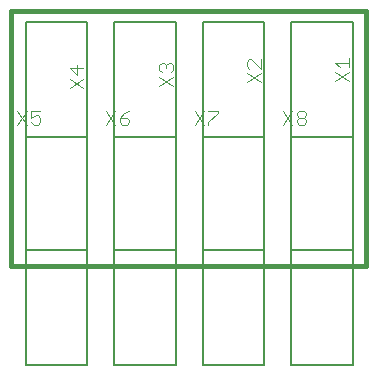
<source format=gto>
G75*
%MOIN*%
%OFA0B0*%
%FSLAX24Y24*%
%IPPOS*%
%LPD*%
%AMOC8*
5,1,8,0,0,1.08239X$1,22.5*
%
%ADD10C,0.0160*%
%ADD11C,0.0050*%
%ADD12C,0.0040*%
D10*
X000180Y003432D02*
X011991Y003432D01*
X011991Y011936D01*
X000180Y011936D01*
X000180Y003432D01*
D11*
X000652Y000125D02*
X000652Y007723D01*
X002700Y007723D01*
X002700Y000125D01*
X000652Y000125D01*
X003605Y000125D02*
X003605Y007723D01*
X005652Y007723D01*
X005652Y000125D01*
X003605Y000125D01*
X006558Y000125D02*
X006558Y007723D01*
X008605Y007723D01*
X008605Y000125D01*
X006558Y000125D01*
X009511Y000125D02*
X009511Y007723D01*
X011558Y007723D01*
X011558Y000125D01*
X009511Y000125D01*
X009511Y003964D02*
X009511Y011562D01*
X011558Y011562D01*
X011558Y003964D01*
X009511Y003964D01*
X008605Y003964D02*
X008605Y011562D01*
X006558Y011562D01*
X006558Y003964D01*
X008605Y003964D01*
X005652Y003964D02*
X005652Y011562D01*
X003605Y011562D01*
X003605Y003964D01*
X005652Y003964D01*
X002700Y003964D02*
X002700Y011562D01*
X000652Y011562D01*
X000652Y003964D01*
X002700Y003964D01*
D12*
X003334Y008149D02*
X003641Y008609D01*
X003795Y008379D02*
X004025Y008379D01*
X004102Y008302D01*
X004102Y008226D01*
X004025Y008149D01*
X003871Y008149D01*
X003795Y008226D01*
X003795Y008379D01*
X003948Y008533D01*
X004102Y008609D01*
X003641Y008149D02*
X003334Y008609D01*
X002581Y009358D02*
X002121Y009665D01*
X002351Y009818D02*
X002351Y010125D01*
X002121Y010048D02*
X002351Y009818D01*
X002581Y009665D02*
X002121Y009358D01*
X002121Y010048D02*
X002581Y010048D01*
X001149Y008609D02*
X000842Y008609D01*
X000842Y008379D01*
X000995Y008456D01*
X001072Y008456D01*
X001149Y008379D01*
X001149Y008226D01*
X001072Y008149D01*
X000919Y008149D01*
X000842Y008226D01*
X000689Y008149D02*
X000382Y008609D01*
X000689Y008609D02*
X000382Y008149D01*
X005113Y009436D02*
X005573Y009743D01*
X005497Y009897D02*
X005573Y009973D01*
X005573Y010127D01*
X005497Y010204D01*
X005420Y010204D01*
X005343Y010127D01*
X005343Y010050D01*
X005343Y010127D02*
X005266Y010204D01*
X005190Y010204D01*
X005113Y010127D01*
X005113Y009973D01*
X005190Y009897D01*
X005113Y009743D02*
X005573Y009436D01*
X006287Y008609D02*
X006594Y008149D01*
X006747Y008149D02*
X006747Y008226D01*
X007054Y008533D01*
X007054Y008609D01*
X006747Y008609D01*
X006594Y008609D02*
X006287Y008149D01*
X008026Y009554D02*
X008487Y009861D01*
X008487Y010015D02*
X008180Y010322D01*
X008103Y010322D01*
X008026Y010245D01*
X008026Y010092D01*
X008103Y010015D01*
X008026Y009861D02*
X008487Y009554D01*
X008487Y010015D02*
X008487Y010322D01*
X009240Y008609D02*
X009547Y008149D01*
X009700Y008226D02*
X009700Y008302D01*
X009777Y008379D01*
X009930Y008379D01*
X010007Y008302D01*
X010007Y008226D01*
X009930Y008149D01*
X009777Y008149D01*
X009700Y008226D01*
X009777Y008379D02*
X009700Y008456D01*
X009700Y008533D01*
X009777Y008609D01*
X009930Y008609D01*
X010007Y008533D01*
X010007Y008456D01*
X009930Y008379D01*
X009547Y008609D02*
X009240Y008149D01*
X010979Y009594D02*
X011440Y009901D01*
X011440Y010054D02*
X011440Y010361D01*
X011440Y010208D02*
X010979Y010208D01*
X011133Y010054D01*
X010979Y009901D02*
X011440Y009594D01*
M02*

</source>
